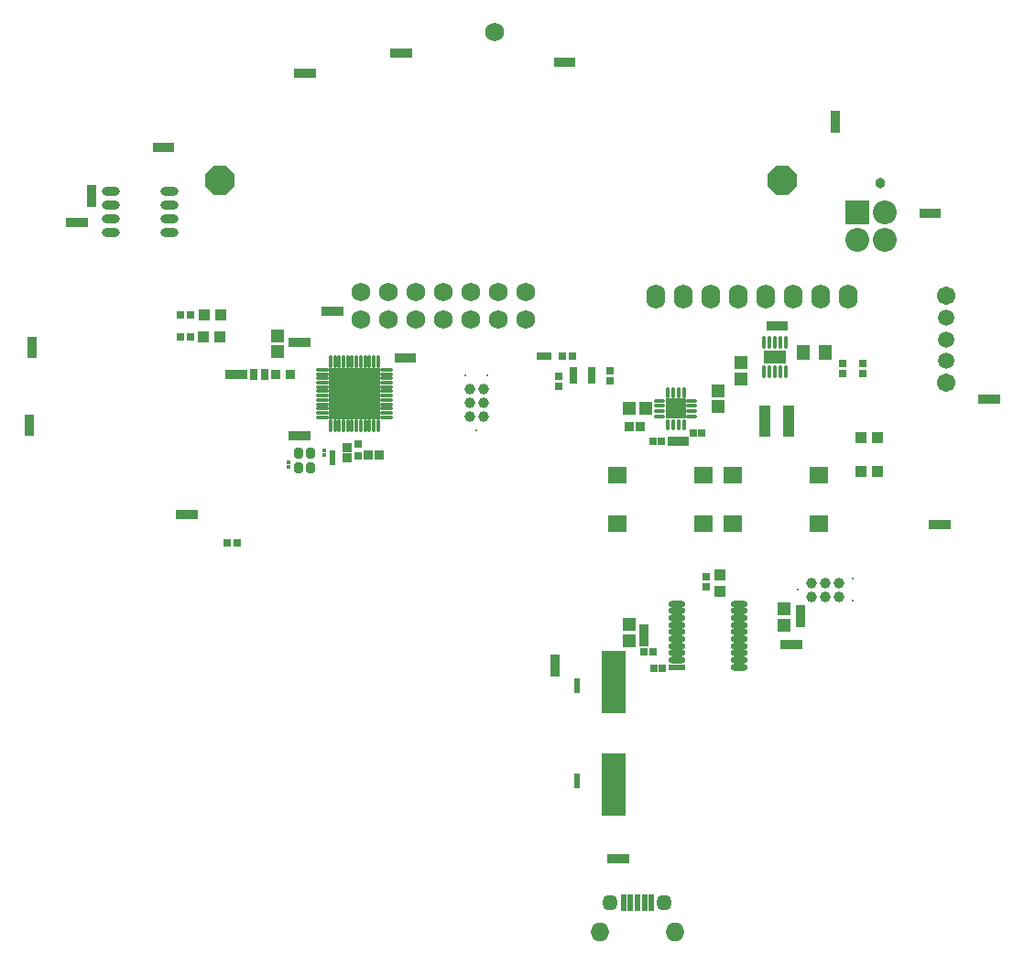
<source format=gbs>
G04 Layer_Color=8150272*
%FSLAX25Y25*%
%MOIN*%
G70*
G01*
G75*
%ADD99R,0.06902X0.05918*%
%ADD126C,0.00900*%
%ADD127C,0.08674*%
%ADD128R,0.08674X0.08674*%
%ADD129O,0.05721X0.05721*%
%ADD130O,0.06902X0.06902*%
%ADD131C,0.06706*%
%ADD132C,0.05918*%
%ADD133P,0.11519X8X202.5*%
%ADD134C,0.06800*%
%ADD135O,0.06800X0.08800*%
%ADD136C,0.03800*%
%ADD137C,0.02769*%
%ADD138R,0.03150X0.02953*%
%ADD139R,0.02769X0.02276*%
%ADD140R,0.03950X0.03950*%
%ADD141R,0.03950X0.03950*%
%ADD142R,0.03713X0.03871*%
G04:AMPARAMS|DCode=143|XSize=37.53mil|YSize=35.56mil|CornerRadius=6.76mil|HoleSize=0mil|Usage=FLASHONLY|Rotation=270.000|XOffset=0mil|YOffset=0mil|HoleType=Round|Shape=RoundedRectangle|*
%AMROUNDEDRECTD143*
21,1,0.03753,0.02205,0,0,270.0*
21,1,0.02402,0.03556,0,0,270.0*
1,1,0.01351,-0.01102,-0.01201*
1,1,0.01351,-0.01102,0.01201*
1,1,0.01351,0.01102,0.01201*
1,1,0.01351,0.01102,-0.01201*
%
%ADD143ROUNDEDRECTD143*%
%ADD144R,0.03871X0.03713*%
%ADD145C,0.03900*%
%ADD146R,0.02375X0.06115*%
%ADD147R,0.03950X0.11430*%
%ADD148R,0.02965X0.02965*%
%ADD149R,0.02953X0.03150*%
%ADD150R,0.03792X0.03635*%
%ADD151R,0.03635X0.03792*%
%ADD152R,0.02454X0.02611*%
%ADD153R,0.04934X0.04540*%
%ADD154R,0.03359X0.03556*%
%ADD155R,0.03084X0.03871*%
%ADD156R,0.18910X0.18910*%
%ADD157O,0.04540X0.01587*%
%ADD158O,0.01587X0.04540*%
%ADD159R,0.01775X0.01381*%
%ADD160O,0.06509X0.03162*%
%ADD161R,0.04737X0.05721*%
%ADD162R,0.04737X0.04934*%
%ADD163R,0.08274X0.05124*%
%ADD164O,0.01654X0.04488*%
%ADD165R,0.02769X0.02572*%
%ADD166R,0.04934X0.04737*%
%ADD167R,0.03359X0.03359*%
%ADD168R,0.07244X0.07244*%
%ADD169O,0.01654X0.03898*%
%ADD170O,0.03898X0.01654*%
%ADD171R,0.02572X0.02572*%
%ADD172R,0.06115X0.02375*%
%ADD173O,0.06115X0.02375*%
%ADD174R,0.09068X0.22847*%
D99*
X575150Y226358D02*
D03*
X543850D02*
D03*
X575150Y208642D02*
D03*
X543850D02*
D03*
X533150Y226358D02*
D03*
X501850D02*
D03*
X533150Y208642D02*
D03*
X501850D02*
D03*
D126*
X446500Y262500D02*
D03*
X454500D02*
D03*
X450500Y242500D02*
D03*
X587500Y188500D02*
D03*
Y180500D02*
D03*
X567500Y184500D02*
D03*
D127*
X599000Y322000D02*
D03*
X589000Y312000D02*
D03*
X599000D02*
D03*
D128*
X589000Y322000D02*
D03*
D129*
X499216Y70704D02*
D03*
X518900D02*
D03*
D130*
X522837Y60074D02*
D03*
X495279D02*
D03*
D131*
X621500Y291500D02*
D03*
Y260004D02*
D03*
D132*
Y283626D02*
D03*
Y275752D02*
D03*
Y267878D02*
D03*
D133*
X356953Y333748D02*
D03*
X561638D02*
D03*
D134*
X457000Y387500D02*
D03*
X408500Y293000D02*
D03*
Y283000D02*
D03*
X418500Y293000D02*
D03*
Y283000D02*
D03*
X428500Y293000D02*
D03*
Y283000D02*
D03*
X438500Y293000D02*
D03*
Y283000D02*
D03*
X448500Y293000D02*
D03*
Y283000D02*
D03*
X458500Y293000D02*
D03*
Y283000D02*
D03*
X468500Y293000D02*
D03*
Y283000D02*
D03*
D135*
X575602Y291394D02*
D03*
X555603D02*
D03*
X565602D02*
D03*
X585603D02*
D03*
X515602D02*
D03*
X525602D02*
D03*
X545603D02*
D03*
X535603D02*
D03*
D136*
X597500Y332500D02*
D03*
D137*
X412496Y249504D02*
D03*
Y253835D02*
D03*
Y258165D02*
D03*
Y262496D02*
D03*
X408165Y249504D02*
D03*
Y253835D02*
D03*
Y258165D02*
D03*
Y262496D02*
D03*
X403835Y249504D02*
D03*
Y253835D02*
D03*
Y258165D02*
D03*
Y262496D02*
D03*
X399504Y249504D02*
D03*
Y253835D02*
D03*
Y258165D02*
D03*
Y262496D02*
D03*
X523032Y250468D02*
D03*
X525000Y248500D02*
D03*
X525000Y252437D02*
D03*
X521063Y252437D02*
D03*
X521063Y248500D02*
D03*
D138*
X480500Y258630D02*
D03*
Y262370D02*
D03*
X499000Y260630D02*
D03*
Y264370D02*
D03*
X591200Y267070D02*
D03*
Y263330D02*
D03*
X583700Y267070D02*
D03*
Y263330D02*
D03*
X534000Y185630D02*
D03*
Y189370D02*
D03*
D139*
X485653Y260531D02*
D03*
Y262500D02*
D03*
Y264469D02*
D03*
X492346D02*
D03*
Y262500D02*
D03*
Y260531D02*
D03*
D140*
X590547Y227500D02*
D03*
X596453D02*
D03*
X351547Y284500D02*
D03*
X357453D02*
D03*
X351047Y276500D02*
D03*
X356953D02*
D03*
X590547Y240000D02*
D03*
X596453D02*
D03*
D141*
X539000Y183917D02*
D03*
Y189823D02*
D03*
D142*
X581000Y356929D02*
D03*
Y353071D02*
D03*
X287800Y242571D02*
D03*
Y246429D02*
D03*
X288600Y274629D02*
D03*
Y270771D02*
D03*
X479000Y155071D02*
D03*
Y158929D02*
D03*
X310500Y329929D02*
D03*
Y326071D02*
D03*
X511500Y166071D02*
D03*
Y169929D02*
D03*
X568500Y173071D02*
D03*
Y176929D02*
D03*
D143*
X390165Y228823D02*
D03*
Y234177D02*
D03*
X385835Y228823D02*
D03*
Y234177D02*
D03*
D144*
X503929Y86500D02*
D03*
X500071D02*
D03*
X638929Y254000D02*
D03*
X635071D02*
D03*
X621029Y208200D02*
D03*
X617171D02*
D03*
X343171Y211800D02*
D03*
X347029D02*
D03*
X306929Y318200D02*
D03*
X303071D02*
D03*
X334571Y345500D02*
D03*
X338429D02*
D03*
X389929Y372500D02*
D03*
X386071D02*
D03*
X421071Y380000D02*
D03*
X424929D02*
D03*
X480571Y376500D02*
D03*
X484429D02*
D03*
X566929Y164500D02*
D03*
X563071D02*
D03*
X617429Y321500D02*
D03*
X613571D02*
D03*
X426429Y269000D02*
D03*
X422571D02*
D03*
X384071Y274500D02*
D03*
X387929D02*
D03*
X361071Y263000D02*
D03*
X364929D02*
D03*
X384071Y240500D02*
D03*
X387929D02*
D03*
X558021Y280743D02*
D03*
X561879D02*
D03*
X399929Y286000D02*
D03*
X396071D02*
D03*
X521965Y238684D02*
D03*
X525824D02*
D03*
D145*
X453000Y247500D02*
D03*
X448000D02*
D03*
X453000Y252500D02*
D03*
X448000D02*
D03*
X453000Y257500D02*
D03*
X448000D02*
D03*
X572500Y182000D02*
D03*
Y187000D02*
D03*
X577500Y182000D02*
D03*
Y187000D02*
D03*
X582500Y182000D02*
D03*
Y187000D02*
D03*
D146*
X509058Y70704D02*
D03*
X511617D02*
D03*
X503940D02*
D03*
X506499D02*
D03*
X514176D02*
D03*
D147*
X564131Y246000D02*
D03*
X555469D02*
D03*
D148*
X359728Y201500D02*
D03*
X363272D02*
D03*
X407500Y233335D02*
D03*
Y237665D02*
D03*
D149*
X346370Y284500D02*
D03*
X342630D02*
D03*
X346370Y276500D02*
D03*
X342630D02*
D03*
X485434Y269564D02*
D03*
X481694D02*
D03*
D150*
X411071Y233500D02*
D03*
X414929D02*
D03*
D151*
X403500Y236429D02*
D03*
Y232571D02*
D03*
D152*
X398000Y231402D02*
D03*
Y234000D02*
D03*
X487000Y150799D02*
D03*
Y148201D02*
D03*
X487100Y116099D02*
D03*
Y113501D02*
D03*
D153*
X378000Y276854D02*
D03*
Y271146D02*
D03*
X538500Y256854D02*
D03*
Y251146D02*
D03*
D154*
X382875Y263036D02*
D03*
X377560D02*
D03*
D155*
X373358Y263000D02*
D03*
X369500D02*
D03*
D156*
X406000Y256000D02*
D03*
D157*
X394386Y264661D02*
D03*
Y263087D02*
D03*
Y261512D02*
D03*
Y259937D02*
D03*
Y258362D02*
D03*
Y256787D02*
D03*
Y255213D02*
D03*
Y253638D02*
D03*
Y252063D02*
D03*
Y250488D02*
D03*
Y248913D02*
D03*
Y247339D02*
D03*
X417614D02*
D03*
Y248913D02*
D03*
Y250488D02*
D03*
Y252063D02*
D03*
Y253638D02*
D03*
Y255213D02*
D03*
Y256787D02*
D03*
Y258362D02*
D03*
Y259937D02*
D03*
Y261512D02*
D03*
Y263087D02*
D03*
Y264661D02*
D03*
D158*
X397339Y244386D02*
D03*
X398913D02*
D03*
X400488D02*
D03*
X402063D02*
D03*
X403638D02*
D03*
X405213D02*
D03*
X406787D02*
D03*
X408362D02*
D03*
X409937D02*
D03*
X411512D02*
D03*
X413087D02*
D03*
X414661D02*
D03*
Y267614D02*
D03*
X413087D02*
D03*
X411512D02*
D03*
X409937D02*
D03*
X408362D02*
D03*
X406787D02*
D03*
X405213D02*
D03*
X403638D02*
D03*
X402063D02*
D03*
X400488D02*
D03*
X398913D02*
D03*
X397339D02*
D03*
D159*
X382000Y229175D02*
D03*
Y230825D02*
D03*
X395000Y233675D02*
D03*
Y235325D02*
D03*
D160*
X338728Y329500D02*
D03*
Y324500D02*
D03*
Y319500D02*
D03*
Y314500D02*
D03*
X317272Y329500D02*
D03*
Y324500D02*
D03*
Y319500D02*
D03*
Y314500D02*
D03*
D161*
X569463Y271000D02*
D03*
X577337D02*
D03*
D162*
X546676Y267295D02*
D03*
Y261390D02*
D03*
X506000Y166047D02*
D03*
Y171953D02*
D03*
X562500Y171547D02*
D03*
Y177453D02*
D03*
D163*
X559122Y269248D02*
D03*
D164*
X563059Y274563D02*
D03*
X561090D02*
D03*
X559122D02*
D03*
X557153D02*
D03*
X555185D02*
D03*
Y263933D02*
D03*
X557153D02*
D03*
X559122D02*
D03*
X561090D02*
D03*
X563059D02*
D03*
D165*
X473588Y269564D02*
D03*
X476541D02*
D03*
X517795Y238740D02*
D03*
X514843D02*
D03*
X532476Y241500D02*
D03*
X529524D02*
D03*
D166*
X511953Y250500D02*
D03*
X506047D02*
D03*
D167*
X506106Y243967D02*
D03*
X510042D02*
D03*
D168*
X523032Y250468D02*
D03*
D169*
X520079Y244661D02*
D03*
X522047D02*
D03*
X524016D02*
D03*
X525984D02*
D03*
Y256276D02*
D03*
X524016D02*
D03*
X522047D02*
D03*
X520079D02*
D03*
D170*
X528839Y247516D02*
D03*
Y249484D02*
D03*
Y251453D02*
D03*
Y253421D02*
D03*
X517224D02*
D03*
Y251453D02*
D03*
Y249484D02*
D03*
Y247516D02*
D03*
D171*
X511425Y162000D02*
D03*
X514575D02*
D03*
X514925Y156000D02*
D03*
X518075D02*
D03*
D172*
X523431Y156346D02*
D03*
D173*
Y158905D02*
D03*
Y161464D02*
D03*
Y164023D02*
D03*
Y166582D02*
D03*
Y169141D02*
D03*
Y171700D02*
D03*
Y174259D02*
D03*
Y176818D02*
D03*
Y179377D02*
D03*
X546069Y156346D02*
D03*
Y158905D02*
D03*
Y161464D02*
D03*
Y164023D02*
D03*
Y166582D02*
D03*
Y169141D02*
D03*
Y171700D02*
D03*
Y174259D02*
D03*
Y176818D02*
D03*
Y179377D02*
D03*
D174*
X500335Y113532D02*
D03*
Y150934D02*
D03*
M02*

</source>
